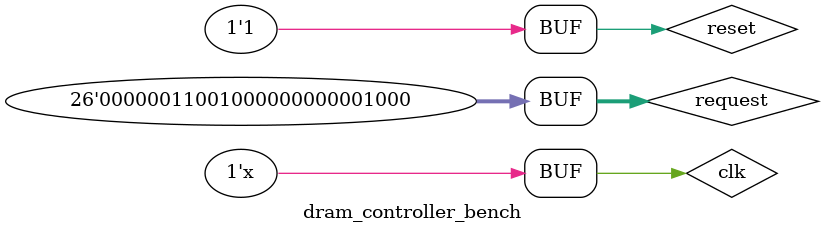
<source format=v>
`timescale 1ns / 1ps


module dram_controller_bench();
reg clk,reset;
reg [25:0] request;

wire [2:0] op;
wire [2:0] rank_id;
wire [3:0] bg_id;
wire [14:0] addr;

wire [2:0] rank1_id;
wire [3:0] bg1_id;
wire [3:0] addr1;
wire [2:0] rank2_id;
wire [3:0] bg2_id;
wire [3:0] addr2;

wire bgs;
wire [1:0] act_func;

dram_controller dram_controller1(clk,reset,request,op,rank_id,bg_id,addr,rank1_id,bg1_id,addr1,rank2_id,bg2_id,addr2,bgs,act_func);

initial clk=1;
always #1 clk<=~clk;

initial
begin 
     reset<=1'b0;  request<=26'b00000_001_1001_0000000_00001000; 
     #2   reset<=1'b1; 
     //#2   //request<=26'b0000_001_1001_0000000_00001000; 
end







endmodule

</source>
